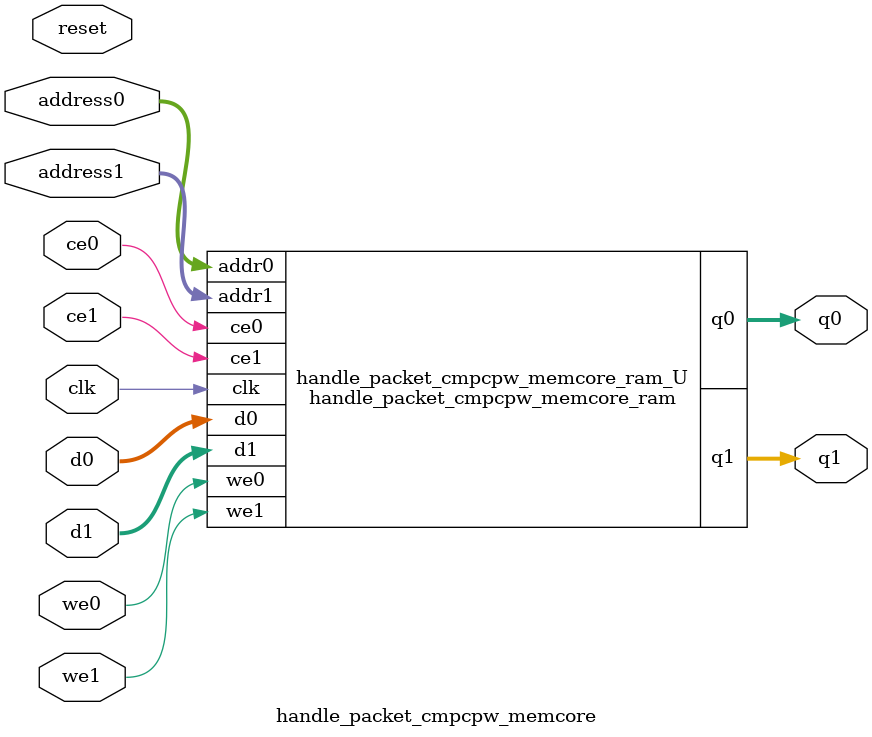
<source format=v>

`timescale 1 ns / 1 ps
module handle_packet_cmpcpw_memcore_ram (addr0, ce0, d0, we0, q0, addr1, ce1, d1, we1, q1,  clk);

parameter DWIDTH = 10;
parameter AWIDTH = 3;
parameter MEM_SIZE = 8;

input[AWIDTH-1:0] addr0;
input ce0;
input[DWIDTH-1:0] d0;
input we0;
output reg[DWIDTH-1:0] q0;
input[AWIDTH-1:0] addr1;
input ce1;
input[DWIDTH-1:0] d1;
input we1;
output reg[DWIDTH-1:0] q1;
input clk;

(* ram_style = "distributed" *)reg [DWIDTH-1:0] ram[0:MEM_SIZE-1];




always @(posedge clk)  
begin 
    if (ce0) 
    begin
        if (we0) 
        begin 
            ram[addr0] <= d0; 
            q0 <= d0;
        end 
        else 
            q0 <= ram[addr0];
    end
end


always @(posedge clk)  
begin 
    if (ce1) 
    begin
        if (we1) 
        begin 
            ram[addr1] <= d1; 
            q1 <= d1;
        end 
        else 
            q1 <= ram[addr1];
    end
end


endmodule


`timescale 1 ns / 1 ps
module handle_packet_cmpcpw_memcore(
    reset,
    clk,
    address0,
    ce0,
    we0,
    d0,
    q0,
    address1,
    ce1,
    we1,
    d1,
    q1);

parameter DataWidth = 32'd10;
parameter AddressRange = 32'd8;
parameter AddressWidth = 32'd3;
input reset;
input clk;
input[AddressWidth - 1:0] address0;
input ce0;
input we0;
input[DataWidth - 1:0] d0;
output[DataWidth - 1:0] q0;
input[AddressWidth - 1:0] address1;
input ce1;
input we1;
input[DataWidth - 1:0] d1;
output[DataWidth - 1:0] q1;



handle_packet_cmpcpw_memcore_ram handle_packet_cmpcpw_memcore_ram_U(
    .clk( clk ),
    .addr0( address0 ),
    .ce0( ce0 ),
    .d0( d0 ),
    .we0( we0 ),
    .q0( q0 ),
    .addr1( address1 ),
    .ce1( ce1 ),
    .d1( d1 ),
    .we1( we1 ),
    .q1( q1 ));

endmodule


</source>
